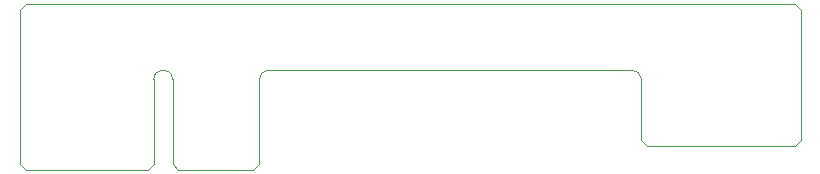
<source format=gko>
G04 #@! TF.FileFunction,Other,ECO2*
%FSLAX46Y46*%
G04 Gerber Fmt 4.6, Leading zero omitted, Abs format (unit mm)*
G04 Created by KiCad (PCBNEW 4.0.7) date Wednesday, December 20, 2017 'AMt' 12:52:48 AM*
%MOMM*%
%LPD*%
G01*
G04 APERTURE LIST*
%ADD10C,0.100000*%
%ADD11C,0.010000*%
G04 APERTURE END LIST*
D10*
D11*
X13050000Y7650000D02*
G75*
G03X11450000Y7650000I-800000J0D01*
G01*
X51950000Y8450000D02*
X21200000Y8450000D01*
X52750000Y7650000D02*
G75*
G03X51950000Y8450000I-800000J0D01*
G01*
X21200000Y8450000D02*
G75*
G03X20400000Y7650000I0J-800000D01*
G01*
X52750000Y2500000D02*
X52750000Y7650000D01*
X53250000Y2000000D02*
X52750000Y2500000D01*
X65750000Y2000000D02*
X53250000Y2000000D01*
X66250000Y2500000D02*
X65750000Y2000000D01*
X66250000Y13500000D02*
X66250000Y2500000D01*
X65750000Y14000000D02*
X66250000Y13500000D01*
X600000Y14000000D02*
X65750000Y14000000D01*
X100000Y13500000D02*
X600000Y14000000D01*
X100000Y500000D02*
X100000Y13500000D01*
X600000Y0D02*
X100000Y500000D01*
X10950000Y0D02*
X600000Y0D01*
X11450000Y500000D02*
X10950000Y0D01*
X11450000Y7650000D02*
X11450000Y500000D01*
X13050000Y500000D02*
X13050000Y7650000D01*
X13550000Y0D02*
X13050000Y500000D01*
X19900000Y0D02*
X13550000Y0D01*
X20400000Y500000D02*
X19900000Y0D01*
X20400000Y7650000D02*
X20400000Y500000D01*
M02*

</source>
